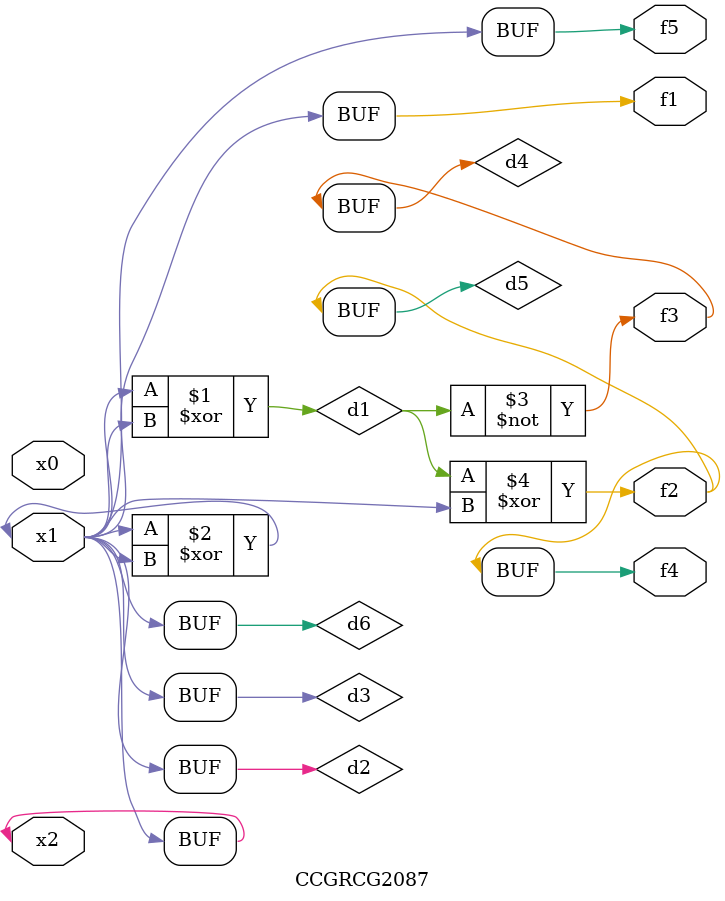
<source format=v>
module CCGRCG2087(
	input x0, x1, x2,
	output f1, f2, f3, f4, f5
);

	wire d1, d2, d3, d4, d5, d6;

	xor (d1, x1, x2);
	buf (d2, x1, x2);
	xor (d3, x1, x2);
	nor (d4, d1);
	xor (d5, d1, d2);
	buf (d6, d2, d3);
	assign f1 = d6;
	assign f2 = d5;
	assign f3 = d4;
	assign f4 = d5;
	assign f5 = d6;
endmodule

</source>
